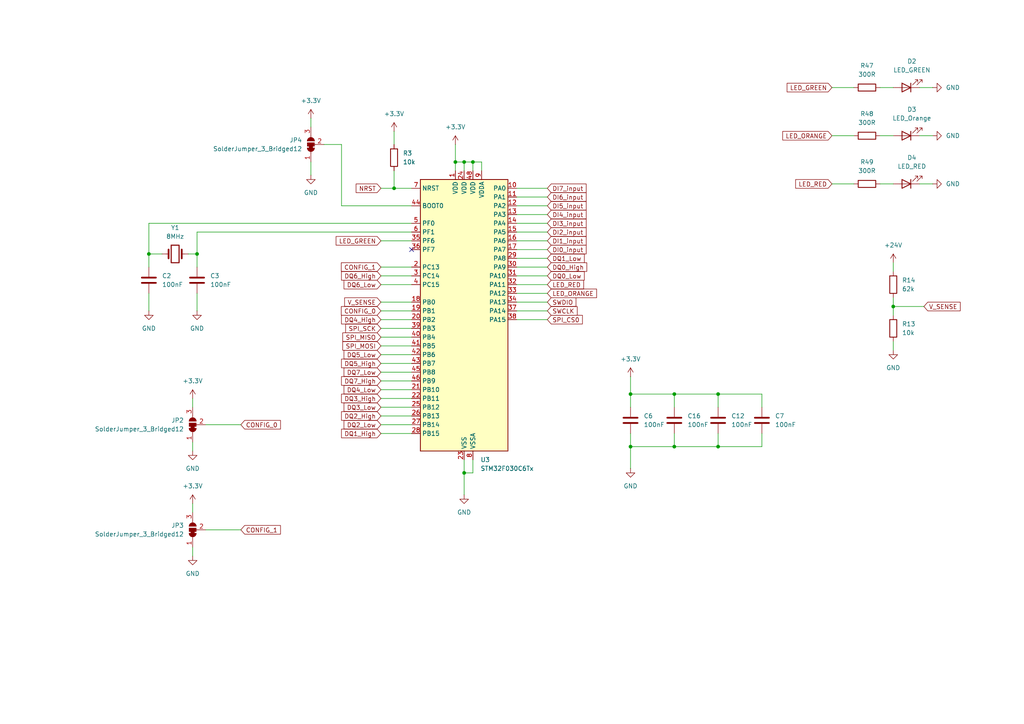
<source format=kicad_sch>
(kicad_sch (version 20231120) (generator "eeschema") (generator_version "8.0")
  (paper "A4")
  (title_block (title "PLC IO Module") (rev "1.0.0") (company "Dawid Kania"))
  (lib_symbols
    (symbol "Device:C" (pin_numbers hide) (pin_names (offset 0.254))
      (property "Reference" "C" (at 0.635 2.54 0))
      (property "Value" "C" (at 0.635 -2.54 0))
      (symbol "C_0_1"
        (polyline (pts (xy -2.032 -0.762) (xy 2.032 -0.762)) (stroke (width 0.508)))
        (polyline (pts (xy -2.032 0.762) (xy 2.032 0.762)) (stroke (width 0.508)))
      )
      (symbol "C_1_1"
        (pin passive line (at 0 3.81 270) (length 2.794) (name "~") (number "1"))
        (pin passive line (at 0 -3.81 90) (length 2.794) (name "~") (number "2"))
      )
    )
    (symbol "Device:Crystal" (pin_numbers hide) (pin_names (offset 1.016) hide)
      (property "Reference" "Y" (at 0 3.81 0))
      (property "Value" "Crystal" (at 0 -3.81 0))
      (symbol "Crystal_0_1"
        (rectangle (start -1.143 2.54) (end 1.143 -2.54) (stroke (width 0.3048)))
        (polyline (pts (xy -2.54 0) (xy -1.905 0)))
        (polyline (pts (xy -1.905 -1.27) (xy -1.905 1.27)) (stroke (width 0.508)))
        (polyline (pts (xy 1.905 -1.27) (xy 1.905 1.27)) (stroke (width 0.508)))
        (polyline (pts (xy 2.54 0) (xy 1.905 0)))
      )
      (symbol "Crystal_1_1"
        (pin passive line (at -3.81 0 0) (length 1.27) (name "1") (number "1"))
        (pin passive line (at 3.81 0 180) (length 1.27) (name "2") (number "2"))
      )
    )
    (symbol "Device:LED" (pin_numbers hide) (pin_names (offset 1.016) hide)
      (property "Reference" "D" (at 0 2.54 0))
      (property "Value" "LED" (at 0 -2.54 0))
      (symbol "LED_0_1"
        (polyline (pts (xy -1.27 -1.27) (xy -1.27 1.27)) (stroke (width 0.254)))
        (polyline (pts (xy -1.27 0) (xy 1.27 0)))
        (polyline (pts (xy 1.27 -1.27) (xy 1.27 1.27) (xy -1.27 0) (xy 1.27 -1.27)) (stroke (width 0.254)))
        (polyline (pts (xy -3.048 -0.762) (xy -4.572 -2.286) (xy -3.81 -2.286) (xy -4.572 -2.286) (xy -4.572 -1.524)))
        (polyline (pts (xy -1.778 -0.762) (xy -3.302 -2.286) (xy -2.54 -2.286) (xy -3.302 -2.286) (xy -3.302 -1.524)))
      )
      (symbol "LED_1_1"
        (pin passive line (at -3.81 0 0) (length 2.54) (name "K") (number "1"))
        (pin passive line (at 3.81 0 180) (length 2.54) (name "A") (number "2"))
      )
    )
    (symbol "Device:R" (pin_numbers hide) (pin_names (offset 0))
      (property "Reference" "R" (at 2.032 0 90))
      (property "Value" "R" (at 0 0 90))
      (symbol "R_0_1"
        (rectangle (start -1.016 -2.54) (end 1.016 2.54) (stroke (width 0.254)))
      )
      (symbol "R_1_1"
        (pin passive line (at 0 3.81 270) (length 1.27) (name "~") (number "1"))
        (pin passive line (at 0 -3.81 90) (length 1.27) (name "~") (number "2"))
      )
    )
    (symbol "Jumper:SolderJumper_3_Bridged12" (pin_names (offset 0) hide)
      (property "Reference" "JP" (at -2.54 -2.54 0))
      (property "Value" "SolderJumper_3_Bridged12" (at 0 2.794 0))
      (symbol "SolderJumper_3_Bridged12_0_1"
        (rectangle (start -1.016 0.508) (end -0.508 -0.508) (fill (type outline)))
        (arc (start -1.016 1.016) (mid -2.0276 0) (end -1.016 -1.016))
        (arc (start -1.016 1.016) (mid -2.0276 0) (end -1.016 -1.016) (fill (type outline)))
        (rectangle (start -0.508 1.016) (end 0.508 -1.016) (fill (type outline)))
        (polyline (pts (xy -2.54 0) (xy -2.032 0)))
        (polyline (pts (xy -1.016 1.016) (xy -1.016 -1.016)))
        (polyline (pts (xy 0 -1.27) (xy 0 -1.016)))
        (polyline (pts (xy 1.016 1.016) (xy 1.016 -1.016)))
        (polyline (pts (xy 2.54 0) (xy 2.032 0)))
        (arc (start 1.016 -1.016) (mid 2.0276 0) (end 1.016 1.016))
        (arc (start 1.016 -1.016) (mid 2.0276 0) (end 1.016 1.016) (fill (type outline)))
      )
      (symbol "SolderJumper_3_Bridged12_1_1"
        (pin passive line (at -5.08 0 0) (length 2.54) (name "A") (number "1"))
        (pin passive line (at 0 -3.81 90) (length 2.54) (name "C") (number "2"))
        (pin passive line (at 5.08 0 180) (length 2.54) (name "B") (number "3"))
      )
    )
    (symbol "MCU_ST_STM32F0:STM32F030C6Tx"
      (property "Reference" "U" (at -12.7 41.91 0))
      (property "Value" "STM32F030C6Tx" (at 7.62 41.91 0))
      (symbol "STM32F030C6Tx_0_1"
        (rectangle (start -12.7 -38.1) (end 12.7 40.64) (stroke (width 0.254)) (fill (type background)))
      )
      (symbol "STM32F030C6Tx_1_1"
        (pin power_in line (at -2.54 43.18 270) (length 2.54) (name "VDD") (number "1"))
        (pin bidirectional line (at 15.24 38.1 180) (length 2.54) (name "PA0") (number "10"))
        (pin bidirectional line (at 15.24 35.56 180) (length 2.54) (name "PA1") (number "11"))
        (pin bidirectional line (at 15.24 33.02 180) (length 2.54) (name "PA2") (number "12"))
        (pin bidirectional line (at 15.24 30.48 180) (length 2.54) (name "PA3") (number "13"))
        (pin bidirectional line (at 15.24 27.94 180) (length 2.54) (name "PA4") (number "14"))
        (pin bidirectional line (at 15.24 25.4 180) (length 2.54) (name "PA5") (number "15"))
        (pin bidirectional line (at 15.24 22.86 180) (length 2.54) (name "PA6") (number "16"))
        (pin bidirectional line (at 15.24 20.32 180) (length 2.54) (name "PA7") (number "17"))
        (pin bidirectional line (at -15.24 5.08 0) (length 2.54) (name "PB0") (number "18"))
        (pin bidirectional line (at -15.24 2.54 0) (length 2.54) (name "PB1") (number "19"))
        (pin bidirectional line (at -15.24 15.24 0) (length 2.54) (name "PC13") (number "2"))
        (pin bidirectional line (at -15.24 0 0) (length 2.54) (name "PB2") (number "20"))
        (pin bidirectional line (at -15.24 -20.32 0) (length 2.54) (name "PB10") (number "21"))
        (pin bidirectional line (at -15.24 -22.86 0) (length 2.54) (name "PB11") (number "22"))
        (pin power_in line (at 0 -40.64 90) (length 2.54) (name "VSS") (number "23"))
        (pin power_in line (at 0 43.18 270) (length 2.54) (name "VDD") (number "24"))
        (pin bidirectional line (at -15.24 -25.4 0) (length 2.54) (name "PB12") (number "25"))
        (pin bidirectional line (at -15.24 -27.94 0) (length 2.54) (name "PB13") (number "26"))
        (pin bidirectional line (at -15.24 -30.48 0) (length 2.54) (name "PB14") (number "27"))
        (pin bidirectional line (at -15.24 -33.02 0) (length 2.54) (name "PB15") (number "28"))
        (pin bidirectional line (at 15.24 17.78 180) (length 2.54) (name "PA8") (number "29"))
        (pin bidirectional line (at -15.24 12.7 0) (length 2.54) (name "PC14") (number "3"))
        (pin bidirectional line (at 15.24 15.24 180) (length 2.54) (name "PA9") (number "30"))
        (pin bidirectional line (at 15.24 12.7 180) (length 2.54) (name "PA10") (number "31"))
        (pin bidirectional line (at 15.24 10.16 180) (length 2.54) (name "PA11") (number "32"))
        (pin bidirectional line (at 15.24 7.62 180) (length 2.54) (name "PA12") (number "33"))
        (pin bidirectional line (at 15.24 5.08 180) (length 2.54) (name "PA13") (number "34"))
        (pin bidirectional line (at -15.24 22.86 0) (length 2.54) (name "PF6") (number "35"))
        (pin bidirectional line (at -15.24 20.32 0) (length 2.54) (name "PF7") (number "36"))
        (pin bidirectional line (at 15.24 2.54 180) (length 2.54) (name "PA14") (number "37"))
        (pin bidirectional line (at 15.24 0 180) (length 2.54) (name "PA15") (number "38"))
        (pin bidirectional line (at -15.24 -2.54 0) (length 2.54) (name "PB3") (number "39"))
        (pin bidirectional line (at -15.24 10.16 0) (length 2.54) (name "PC15") (number "4"))
        (pin bidirectional line (at -15.24 -5.08 0) (length 2.54) (name "PB4") (number "40"))
        (pin bidirectional line (at -15.24 -7.62 0) (length 2.54) (name "PB5") (number "41"))
        (pin bidirectional line (at -15.24 -10.16 0) (length 2.54) (name "PB6") (number "42"))
        (pin bidirectional line (at -15.24 -12.7 0) (length 2.54) (name "PB7") (number "43"))
        (pin input line (at -15.24 33.02 0) (length 2.54) (name "BOOT0") (number "44"))
        (pin bidirectional line (at -15.24 -15.24 0) (length 2.54) (name "PB8") (number "45"))
        (pin bidirectional line (at -15.24 -17.78 0) (length 2.54) (name "PB9") (number "46"))
        (pin passive line (at 0 -40.64 90) (length 2.54) hide (name "VSS") (number "47"))
        (pin power_in line (at 2.54 43.18 270) (length 2.54) (name "VDD") (number "48"))
        (pin bidirectional line (at -15.24 27.94 0) (length 2.54) (name "PF0") (number "5"))
        (pin bidirectional line (at -15.24 25.4 0) (length 2.54) (name "PF1") (number "6"))
        (pin input line (at -15.24 38.1 0) (length 2.54) (name "NRST") (number "7"))
        (pin power_in line (at 2.54 -40.64 90) (length 2.54) (name "VSSA") (number "8"))
        (pin power_in line (at 5.08 43.18 270) (length 2.54) (name "VDDA") (number "9"))
      )
    )
    (symbol "Mechanical:MountingHole" (pin_names (offset 1.016))
      (property "Reference" "H" (at 0 5.08 0))
      (property "Value" "MountingHole" (at 0 3.175 0))
      (symbol "MountingHole_0_1"
        (circle (center 0 0) (radius 1.27) (stroke (width 1.27)))
      )
    )
    (symbol "power:+24V" (power) (pin_numbers hide) (pin_names (offset 0) hide)
      (property "Value" "+24V" (at 0 3.556 0))
      (symbol "+24V_0_1"
        (polyline (pts (xy -0.762 1.27) (xy 0 2.54)))
        (polyline (pts (xy 0 0) (xy 0 2.54)))
        (polyline (pts (xy 0 2.54) (xy 0.762 1.27)))
      )
      (symbol "+24V_1_1"
        (pin power_in line (at 0 0 90) (length 0) (name "~") (number "1"))
      )
    )
    (symbol "power:+3.3V" (power) (pin_numbers hide) (pin_names (offset 0) hide)
      (property "Value" "+3.3V" (at 0 3.556 0))
      (symbol "+3.3V_0_1"
        (polyline (pts (xy -0.762 1.27) (xy 0 2.54)))
        (polyline (pts (xy 0 0) (xy 0 2.54)))
        (polyline (pts (xy 0 2.54) (xy 0.762 1.27)))
      )
      (symbol "+3.3V_1_1"
        (pin power_in line (at 0 0 90) (length 0) (name "~") (number "1"))
      )
    )
    (symbol "power:GND" (power) (pin_numbers hide) (pin_names (offset 0) hide)
      (property "Value" "GND" (at 0 -3.81 0))
      (symbol "GND_0_1"
        (polyline (pts (xy 0 0) (xy 0 -1.27) (xy 1.27 -1.27) (xy 0 -2.54) (xy -1.27 -1.27) (xy 0 -1.27)))
      )
      (symbol "GND_1_1"
        (pin power_in line (at 0 0 270) (length 0) (name "~") (number "1"))
      )
    )
  )
  (junction (at 114.3 54.61))
  (junction (at 259.08 88.9))
  (junction (at 132.08 46.99))
  (junction (at 208.28 129.54))
  (junction (at 134.62 137.16))
  (junction (at 134.62 46.99))
  (junction (at 195.58 114.3))
  (junction (at 182.88 129.54))
  (junction (at 195.58 129.54))
  (junction (at 137.16 46.99))
  (junction (at 57.15 73.66))
  (junction (at 43.18 73.66))
  (junction (at 182.88 114.3))
  (junction (at 208.28 114.3))
  (no_connect (at 119.38 72.39))
  (wire (pts (xy 110.49 54.61) (xy 114.3 54.61)))
  (wire (pts (xy 110.49 82.55) (xy 119.38 82.55)))
  (wire (pts (xy 220.98 114.3) (xy 208.28 114.3)))
  (wire (pts (xy 54.61 73.66) (xy 57.15 73.66)))
  (wire (pts (xy 182.88 114.3) (xy 182.88 118.11)))
  (wire (pts (xy 195.58 125.73) (xy 195.58 129.54)))
  (wire (pts (xy 55.88 146.05) (xy 55.88 148.59)))
  (wire (pts (xy 259.08 76.2) (xy 259.08 78.74)))
  (wire (pts (xy 110.49 90.17) (xy 119.38 90.17)))
  (wire (pts (xy 119.38 64.77) (xy 43.18 64.77)))
  (wire (pts (xy 110.49 125.73) (xy 119.38 125.73)))
  (wire (pts (xy 110.49 97.79) (xy 119.38 97.79)))
  (wire (pts (xy 158.75 67.31) (xy 149.86 67.31)))
  (wire (pts (xy 69.85 123.19) (xy 59.69 123.19)))
  (wire (pts (xy 114.3 54.61) (xy 119.38 54.61)))
  (wire (pts (xy 110.49 115.57) (xy 119.38 115.57)))
  (wire (pts (xy 110.49 80.01) (xy 119.38 80.01)))
  (wire (pts (xy 158.75 85.09) (xy 149.86 85.09)))
  (wire (pts (xy 110.49 92.71) (xy 119.38 92.71)))
  (wire (pts (xy 110.49 100.33) (xy 119.38 100.33)))
  (wire (pts (xy 158.75 59.69) (xy 149.86 59.69)))
  (wire (pts (xy 55.88 128.27) (xy 55.88 130.81)))
  (wire (pts (xy 132.08 41.91) (xy 132.08 46.99)))
  (wire (pts (xy 259.08 86.36) (xy 259.08 88.9)))
  (wire (pts (xy 110.49 105.41) (xy 119.38 105.41)))
  (wire (pts (xy 158.75 72.39) (xy 149.86 72.39)))
  (wire (pts (xy 110.49 113.03) (xy 119.38 113.03)))
  (wire (pts (xy 255.27 25.4) (xy 259.08 25.4)))
  (wire (pts (xy 158.75 69.85) (xy 149.86 69.85)))
  (wire (pts (xy 57.15 73.66) (xy 57.15 77.47)))
  (wire (pts (xy 139.7 46.99) (xy 139.7 49.53)))
  (wire (pts (xy 137.16 46.99) (xy 137.16 49.53)))
  (wire (pts (xy 220.98 118.11) (xy 220.98 114.3)))
  (wire (pts (xy 195.58 129.54) (xy 208.28 129.54)))
  (wire (pts (xy 266.7 25.4) (xy 270.51 25.4)))
  (wire (pts (xy 110.49 69.85) (xy 119.38 69.85)))
  (wire (pts (xy 99.06 59.69) (xy 119.38 59.69)))
  (wire (pts (xy 110.49 123.19) (xy 119.38 123.19)))
  (wire (pts (xy 255.27 39.37) (xy 259.08 39.37)))
  (wire (pts (xy 266.7 53.34) (xy 270.51 53.34)))
  (wire (pts (xy 195.58 114.3) (xy 208.28 114.3)))
  (wire (pts (xy 43.18 64.77) (xy 43.18 73.66)))
  (wire (pts (xy 110.49 110.49) (xy 119.38 110.49)))
  (wire (pts (xy 110.49 87.63) (xy 119.38 87.63)))
  (wire (pts (xy 158.75 64.77) (xy 149.86 64.77)))
  (wire (pts (xy 43.18 73.66) (xy 46.99 73.66)))
  (wire (pts (xy 99.06 41.91) (xy 99.06 59.69)))
  (wire (pts (xy 137.16 46.99) (xy 139.7 46.99)))
  (wire (pts (xy 182.88 114.3) (xy 182.88 109.22)))
  (wire (pts (xy 134.62 137.16) (xy 134.62 143.51)))
  (wire (pts (xy 134.62 133.35) (xy 134.62 137.16)))
  (wire (pts (xy 195.58 114.3) (xy 195.58 118.11)))
  (wire (pts (xy 182.88 114.3) (xy 195.58 114.3)))
  (wire (pts (xy 110.49 102.87) (xy 119.38 102.87)))
  (wire (pts (xy 158.75 87.63) (xy 149.86 87.63)))
  (wire (pts (xy 182.88 129.54) (xy 195.58 129.54)))
  (wire (pts (xy 158.75 80.01) (xy 149.86 80.01)))
  (wire (pts (xy 255.27 53.34) (xy 259.08 53.34)))
  (wire (pts (xy 208.28 125.73) (xy 208.28 129.54)))
  (wire (pts (xy 134.62 46.99) (xy 134.62 49.53)))
  (wire (pts (xy 114.3 49.53) (xy 114.3 54.61)))
  (wire (pts (xy 69.85 153.67) (xy 59.69 153.67)))
  (wire (pts (xy 208.28 129.54) (xy 220.98 129.54)))
  (wire (pts (xy 158.75 74.93) (xy 149.86 74.93)))
  (wire (pts (xy 57.15 67.31) (xy 57.15 73.66)))
  (wire (pts (xy 134.62 46.99) (xy 137.16 46.99)))
  (wire (pts (xy 267.97 88.9) (xy 259.08 88.9)))
  (wire (pts (xy 55.88 158.75) (xy 55.88 161.29)))
  (wire (pts (xy 137.16 137.16) (xy 134.62 137.16)))
  (wire (pts (xy 110.49 77.47) (xy 119.38 77.47)))
  (wire (pts (xy 132.08 46.99) (xy 132.08 49.53)))
  (wire (pts (xy 158.75 77.47) (xy 149.86 77.47)))
  (wire (pts (xy 90.17 34.29) (xy 90.17 36.83)))
  (wire (pts (xy 110.49 95.25) (xy 119.38 95.25)))
  (wire (pts (xy 241.3 39.37) (xy 247.65 39.37)))
  (wire (pts (xy 259.08 99.06) (xy 259.08 101.6)))
  (wire (pts (xy 182.88 129.54) (xy 182.88 135.89)))
  (wire (pts (xy 208.28 114.3) (xy 208.28 118.11)))
  (wire (pts (xy 43.18 77.47) (xy 43.18 73.66)))
  (wire (pts (xy 241.3 53.34) (xy 247.65 53.34)))
  (wire (pts (xy 220.98 129.54) (xy 220.98 125.73)))
  (wire (pts (xy 43.18 85.09) (xy 43.18 90.17)))
  (wire (pts (xy 149.86 92.71) (xy 158.75 92.71)))
  (wire (pts (xy 110.49 107.95) (xy 119.38 107.95)))
  (wire (pts (xy 110.49 120.65) (xy 119.38 120.65)))
  (wire (pts (xy 158.75 62.23) (xy 149.86 62.23)))
  (wire (pts (xy 137.16 133.35) (xy 137.16 137.16)))
  (wire (pts (xy 241.3 25.4) (xy 247.65 25.4)))
  (wire (pts (xy 57.15 85.09) (xy 57.15 90.17)))
  (wire (pts (xy 259.08 88.9) (xy 259.08 91.44)))
  (wire (pts (xy 55.88 115.57) (xy 55.88 118.11)))
  (wire (pts (xy 114.3 38.1) (xy 114.3 41.91)))
  (wire (pts (xy 158.75 90.17) (xy 149.86 90.17)))
  (wire (pts (xy 90.17 46.99) (xy 90.17 50.8)))
  (wire (pts (xy 93.98 41.91) (xy 99.06 41.91)))
  (wire (pts (xy 134.62 46.99) (xy 132.08 46.99)))
  (wire (pts (xy 110.49 118.11) (xy 119.38 118.11)))
  (wire (pts (xy 182.88 125.73) (xy 182.88 129.54)))
  (wire (pts (xy 149.86 57.15) (xy 158.75 57.15)))
  (wire (pts (xy 158.75 54.61) (xy 149.86 54.61)))
  (wire (pts (xy 158.75 82.55) (xy 149.86 82.55)))
  (wire (pts (xy 266.7 39.37) (xy 270.51 39.37)))
  (wire (pts (xy 119.38 67.31) (xy 57.15 67.31)))
  (global_label "DQ7_Low" (shape input) (at 110.49 107.95 180) (property "Intersheetrefs" "${INTERSHEET_REFS}" (effects (hide yes))))
  (global_label "V_SENSE" (shape input) (at 110.49 87.63 180) (property "Intersheetrefs" "${INTERSHEET_REFS}" (effects (hide yes))))
  (global_label "DI2_input" (shape input) (at 158.75 67.31 0) (property "Intersheetrefs" "${INTERSHEET_REFS}" (effects (hide yes))))
  (global_label "DQ0_High" (shape input) (at 158.75 77.47 0) (property "Intersheetrefs" "${INTERSHEET_REFS}" (effects (hide yes))))
  (global_label "DQ5_High" (shape input) (at 110.49 105.41 180) (property "Intersheetrefs" "${INTERSHEET_REFS}" (effects (hide yes))))
  (global_label "DQ1_Low" (shape input) (at 158.75 74.93 0) (property "Intersheetrefs" "${INTERSHEET_REFS}" (effects (hide yes))))
  (global_label "CONFIG_0" (shape input) (at 110.49 90.17 180) (property "Intersheetrefs" "${INTERSHEET_REFS}" (effects (hide yes))))
  (global_label "LED_ORANGE" (shape input) (at 158.75 85.09 0) (property "Intersheetrefs" "${INTERSHEET_REFS}" (effects (hide yes))))
  (global_label "NRST" (shape input) (at 110.49 54.61 180) (property "Intersheetrefs" "${INTERSHEET_REFS}" (effects (hide yes))))
  (global_label "DQ3_Low" (shape input) (at 110.49 118.11 180) (property "Intersheetrefs" "${INTERSHEET_REFS}" (effects (hide yes))))
  (global_label "SPI_MOSI" (shape input) (at 110.49 100.33 180) (property "Intersheetrefs" "${INTERSHEET_REFS}" (effects (hide yes))))
  (global_label "DQ4_Low" (shape input) (at 110.49 113.03 180) (property "Intersheetrefs" "${INTERSHEET_REFS}" (effects (hide yes))))
  (global_label "DI4_input" (shape input) (at 158.75 62.23 0) (property "Intersheetrefs" "${INTERSHEET_REFS}" (effects (hide yes))))
  (global_label "DQ2_Low" (shape input) (at 110.49 123.19 180) (property "Intersheetrefs" "${INTERSHEET_REFS}" (effects (hide yes))))
  (global_label "DQ5_Low" (shape input) (at 110.49 102.87 180) (property "Intersheetrefs" "${INTERSHEET_REFS}" (effects (hide yes))))
  (global_label "SWDIO" (shape input) (at 158.75 87.63 0) (property "Intersheetrefs" "${INTERSHEET_REFS}" (effects (hide yes))))
  (global_label "LED_GREEN" (shape input) (at 241.3 25.4 180) (property "Intersheetrefs" "${INTERSHEET_REFS}" (effects (hide yes))))
  (global_label "DI5_input" (shape input) (at 158.75 59.69 0) (property "Intersheetrefs" "${INTERSHEET_REFS}" (effects (hide yes))))
  (global_label "DQ1_High" (shape input) (at 110.49 125.73 180) (property "Intersheetrefs" "${INTERSHEET_REFS}" (effects (hide yes))))
  (global_label "SPI_SCK" (shape input) (at 110.49 95.25 180) (property "Intersheetrefs" "${INTERSHEET_REFS}" (effects (hide yes))))
  (global_label "DQ6_Low" (shape input) (at 110.49 82.55 180) (property "Intersheetrefs" "${INTERSHEET_REFS}" (effects (hide yes))))
  (global_label "LED_ORANGE" (shape input) (at 241.3 39.37 180) (property "Intersheetrefs" "${INTERSHEET_REFS}" (effects (hide yes))))
  (global_label "DQ0_Low" (shape input) (at 158.75 80.01 0) (property "Intersheetrefs" "${INTERSHEET_REFS}" (effects (hide yes))))
  (global_label "LED_RED" (shape input) (at 241.3 53.34 180) (property "Intersheetrefs" "${INTERSHEET_REFS}" (effects (hide yes))))
  (global_label "CONFIG_1" (shape input) (at 110.49 77.47 180) (property "Intersheetrefs" "${INTERSHEET_REFS}" (effects (hide yes))))
  (global_label "V_SENSE" (shape input) (at 267.97 88.9 0) (property "Intersheetrefs" "${INTERSHEET_REFS}" (effects (hide yes))))
  (global_label "SWCLK" (shape input) (at 158.75 90.17 0) (property "Intersheetrefs" "${INTERSHEET_REFS}" (effects (hide yes))))
  (global_label "SPI_CS0" (shape input) (at 158.75 92.71 0) (property "Intersheetrefs" "${INTERSHEET_REFS}" (effects (hide yes))))
  (global_label "CONFIG_1" (shape input) (at 69.85 153.67 0) (property "Intersheetrefs" "${INTERSHEET_REFS}" (effects (hide yes))))
  (global_label "DI0_input" (shape input) (at 158.75 72.39 0) (property "Intersheetrefs" "${INTERSHEET_REFS}" (effects (hide yes))))
  (global_label "DI3_input" (shape input) (at 158.75 64.77 0) (property "Intersheetrefs" "${INTERSHEET_REFS}" (effects (hide yes))))
  (global_label "LED_RED" (shape input) (at 158.75 82.55 0) (property "Intersheetrefs" "${INTERSHEET_REFS}" (effects (hide yes))))
  (global_label "DI1_input" (shape input) (at 158.75 69.85 0) (property "Intersheetrefs" "${INTERSHEET_REFS}" (effects (hide yes))))
  (global_label "LED_GREEN" (shape input) (at 110.49 69.85 180) (property "Intersheetrefs" "${INTERSHEET_REFS}" (effects (hide yes))))
  (global_label "DQ2_High" (shape input) (at 110.49 120.65 180) (property "Intersheetrefs" "${INTERSHEET_REFS}" (effects (hide yes))))
  (global_label "DI7_input" (shape input) (at 158.75 54.61 0) (property "Intersheetrefs" "${INTERSHEET_REFS}" (effects (hide yes))))
  (global_label "DQ3_High" (shape input) (at 110.49 115.57 180) (property "Intersheetrefs" "${INTERSHEET_REFS}" (effects (hide yes))))
  (global_label "DQ7_High" (shape input) (at 110.49 110.49 180) (property "Intersheetrefs" "${INTERSHEET_REFS}" (effects (hide yes))))
  (global_label "SPI_MISO" (shape input) (at 110.49 97.79 180) (property "Intersheetrefs" "${INTERSHEET_REFS}" (effects (hide yes))))
  (global_label "CONFIG_0" (shape input) (at 69.85 123.19 0) (property "Intersheetrefs" "${INTERSHEET_REFS}" (effects (hide yes))))
  (global_label "DQ4_High" (shape input) (at 110.49 92.71 180) (property "Intersheetrefs" "${INTERSHEET_REFS}" (effects (hide yes))))
  (global_label "DI6_input" (shape input) (at 158.75 57.15 0) (property "Intersheetrefs" "${INTERSHEET_REFS}" (effects (hide yes))))
  (global_label "DQ6_High" (shape input) (at 110.49 80.01 180) (property "Intersheetrefs" "${INTERSHEET_REFS}" (effects (hide yes))))
  (symbol (lib_id "Mechanical:MountingHole") (at 306.07 8.89 0) (unit 1)
    (property "Reference" "H4" (at 308.61 7.6199 0) (effects (justify left)))
    (property "Value" "MountingHole" (at 308.61 10.1599 0) (effects (justify left)))
    (property "Footprint" "MountingHole:MountingHole_4.3mm_M4" (effects (hide yes)))
    (property "Description" "Mounting Hole without connection" (effects (hide yes)))
    (property "Symbol Mouser" "====" (effects (hide yes)))
    (property "Symbol TME" "==" (effects (hide yes)))
  )
  (symbol (lib_id "Device:LED") (at 262.89 39.37 180) (unit 1)
    (property "Reference" "D3" (at 264.4775 31.75 0))
    (property "Value" "LED_Orange" (at 264.4775 34.29 0))
    (property "Footprint" "LED_THT:LED_Rectangular_W5.0mm_H2.0mm" (effects (hide yes)))
    (property "Description" "Light emitting diode" (effects (hide yes)))
    (property "Symbol Mouser" "604-WP113YDT" (effects (hide yes)))
    (property "Symbol TME" "L-1553YDT" (effects (hide yes)))
  )
  (symbol (lib_id "power:+24V") (at 259.08 76.2 0) (unit 1)
    (property "Reference" "#PWR0108" (effects (hide yes)))
    (property "Value" "+24V" (at 259.08 71.12 0))
    (property "Description" "Power symbol creates a global label with name \"+24V\"" (effects (hide yes)))
  )
  (symbol (lib_id "Device:LED") (at 262.89 53.34 180) (unit 1)
    (property "Reference" "D4" (at 264.4775 45.72 0))
    (property "Value" "LED_RED" (at 264.4775 48.26 0))
    (property "Footprint" "LED_THT:LED_Rectangular_W5.0mm_H2.0mm" (effects (hide yes)))
    (property "Description" "Light emitting diode" (effects (hide yes)))
    (property "Symbol Mouser" "696-SSL-LX2573SRD" (effects (hide yes)))
    (property "Symbol TME" "L-113SURDTK" (effects (hide yes)))
  )
  (symbol (lib_id "Device:R") (at 251.46 53.34 90) (unit 1)
    (property "Reference" "R49" (at 251.46 46.99 90))
    (property "Value" "300R" (at 251.46 49.53 90))
    (property "Footprint" "Resistor_SMD:R_0805_2012Metric_Pad1.20x1.40mm_HandSolder" (effects (hide yes)))
    (property "Description" "Resistor" (effects (hide yes)))
    (property "Symbol Mouser" "708-RMCF0805JT300R" (effects (hide yes)))
    (property "Symbol TME" "ERJ6ENF3000V" (effects (hide yes)))
  )
  (symbol (lib_id "MCU_ST_STM32F0:STM32F030C6Tx") (at 134.62 92.71 0) (unit 1)
    (property "Reference" "U3" (at 139.3541 133.35 0) (effects (justify left)))
    (property "Value" "STM32F030C6Tx" (at 139.3541 135.89 0) (effects (justify left)))
    (property "Footprint" "Package_QFP:LQFP-48_7x7mm_P0.5mm" (effects (hide yes)))
    (property "Datasheet" "https://www.st.com/resource/en/datasheet/stm32f030c6.pdf" (effects (hide yes)))
    (property "Description" "STMicroelectronics Arm Cortex-M0 MCU, 32KB flash, 4KB RAM, 48 MHz, 2.4-3.6V, 39 GPIO, LQFP48" (effects (hide yes)))
    (property "Symbol Mouser" "511-STM32F030C6T6" (effects (hide yes)))
    (property "Symbol TME" "STM32F030C6T6" (effects (hide yes)))
  )
  (symbol (lib_id "Device:R") (at 259.08 95.25 0) (unit 1)
    (property "Reference" "R13" (at 261.62 93.9799 0) (effects (justify left)))
    (property "Value" "10k" (at 261.62 96.5199 0) (effects (justify left)))
    (property "Footprint" "Resistor_SMD:R_0805_2012Metric_Pad1.20x1.40mm_HandSolder" (effects (hide yes)))
    (property "Description" "Resistor" (effects (hide yes)))
    (property "Symbol Mouser" "603-RC0805FR-1010KL" (effects (hide yes)))
    (property "Symbol TME" "RC0805JR-0710K" (effects (hide yes)))
  )
  (symbol (lib_id "power:GND") (at 182.88 135.89 0) (unit 1)
    (property "Reference" "#PWR0118" (effects (hide yes)))
    (property "Value" "GND" (at 182.88 140.97 0))
    (property "Description" "Power symbol creates a global label with name \"GND\" , ground" (effects (hide yes)))
  )
  (symbol (lib_id "Device:C") (at 220.98 121.92 0) (unit 1)
    (property "Reference" "C7" (at 224.79 120.6499 0) (effects (justify left)))
    (property "Value" "100nF" (at 224.79 123.1899 0) (effects (justify left)))
    (property "Footprint" "Capacitor_SMD:C_1206_3216Metric_Pad1.33x1.80mm_HandSolder" (effects (hide yes)))
    (property "Description" "Unpolarized capacitor" (effects (hide yes)))
    (property "Symbol Mouser" "80-C1206C104K5R7210" (effects (hide yes)))
    (property "Symbol TME" "VJ1206Y104KXBTW1BC" (effects (hide yes)))
  )
  (symbol (lib_id "power:GND") (at 55.88 161.29 0) (unit 1)
    (property "Reference" "#PWR0116" (effects (hide yes)))
    (property "Value" "GND" (at 55.88 166.37 0))
    (property "Description" "Power symbol creates a global label with name \"GND\" , ground" (effects (hide yes)))
  )
  (symbol (lib_id "Jumper:SolderJumper_3_Bridged12") (at 55.88 123.19 90) (unit 1)
    (property "Reference" "JP2" (at 53.34 121.9199 90) (effects (justify left)))
    (property "Value" "SolderJumper_3_Bridged12" (at 53.34 124.4599 90) (effects (justify left)))
    (property "Footprint" "Jumper:SolderJumper-3_P1.3mm_Bridged12_Pad1.0x1.5mm" (effects (hide yes)))
    (property "Description" "3-pole Solder Jumper, pins 1+2 closed/bridged" (effects (hide yes)))
    (property "Symbol Mouser" "====" (effects (hide yes)))
    (property "Symbol TME" "==" (effects (hide yes)))
  )
  (symbol (lib_id "power:GND") (at 90.17 50.8 0) (unit 1)
    (property "Reference" "#PWR0104" (effects (hide yes)))
    (property "Value" "GND" (at 90.17 55.88 0))
    (property "Description" "Power symbol creates a global label with name \"GND\" , ground" (effects (hide yes)))
  )
  (symbol (lib_id "Device:C") (at 195.58 121.92 0) (unit 1)
    (property "Reference" "C16" (at 199.39 120.6499 0) (effects (justify left)))
    (property "Value" "100nF" (at 199.39 123.1899 0) (effects (justify left)))
    (property "Footprint" "Capacitor_SMD:C_1206_3216Metric_Pad1.33x1.80mm_HandSolder" (effects (hide yes)))
    (property "Description" "Unpolarized capacitor" (effects (hide yes)))
    (property "Symbol Mouser" "80-C1206C104K5R7210" (effects (hide yes)))
    (property "Symbol TME" "VJ1206Y104KXBTW1BC" (effects (hide yes)))
  )
  (symbol (lib_id "power:+3.3V") (at 90.17 34.29 0) (unit 1)
    (property "Reference" "#PWR0103" (effects (hide yes)))
    (property "Value" "+3.3V" (at 90.17 29.21 0))
    (property "Description" "Power symbol creates a global label with name \"+3.3V\"" (effects (hide yes)))
  )
  (symbol (lib_id "Device:R") (at 259.08 82.55 0) (unit 1)
    (property "Reference" "R14" (at 261.62 81.2799 0) (effects (justify left)))
    (property "Value" "62k" (at 261.62 83.8199 0) (effects (justify left)))
    (property "Footprint" "Resistor_SMD:R_0805_2012Metric_Pad1.20x1.40mm_HandSolder" (effects (hide yes)))
    (property "Description" "Resistor" (effects (hide yes)))
    (property "Symbol Mouser" "71-CRCW080562K0JNEA" (effects (hide yes)))
    (property "Symbol TME" "SMD0805-62K-1%" (effects (hide yes)))
  )
  (symbol (lib_id "power:GND") (at 134.62 143.51 0) (unit 1)
    (property "Reference" "#PWR0107" (effects (hide yes)))
    (property "Value" "GND" (at 134.62 148.59 0))
    (property "Description" "Power symbol creates a global label with name \"GND\" , ground" (effects (hide yes)))
  )
  (symbol (lib_id "power:+3.3V") (at 132.08 41.91 0) (unit 1)
    (property "Reference" "#PWR0106" (effects (hide yes)))
    (property "Value" "+3.3V" (at 132.08 36.83 0))
    (property "Description" "Power symbol creates a global label with name \"+3.3V\"" (effects (hide yes)))
  )
  (symbol (lib_id "Device:C") (at 43.18 81.28 0) (unit 1)
    (property "Reference" "C2" (at 46.99 80.0099 0) (effects (justify left)))
    (property "Value" "100nF" (at 46.99 82.5499 0) (effects (justify left)))
    (property "Footprint" "Capacitor_SMD:C_1206_3216Metric_Pad1.33x1.80mm_HandSolder" (effects (hide yes)))
    (property "Description" "Unpolarized capacitor" (effects (hide yes)))
    (property "Symbol Mouser" "80-C1206C104K5R7210" (effects (hide yes)))
    (property "Symbol TME" "VJ1206Y104KXBTW1BC" (effects (hide yes)))
  )
  (symbol (lib_id "Device:R") (at 251.46 25.4 90) (unit 1)
    (property "Reference" "R47" (at 251.46 19.05 90))
    (property "Value" "300R" (at 251.46 21.59 90))
    (property "Footprint" "Resistor_SMD:R_0805_2012Metric_Pad1.20x1.40mm_HandSolder" (effects (hide yes)))
    (property "Description" "Resistor" (effects (hide yes)))
    (property "Symbol Mouser" "708-RMCF0805JT300R" (effects (hide yes)))
    (property "Symbol TME" "ERJ6ENF3000V" (effects (hide yes)))
  )
  (symbol (lib_id "power:GND") (at 55.88 130.81 0) (unit 1)
    (property "Reference" "#PWR0113" (effects (hide yes)))
    (property "Value" "GND" (at 55.88 135.89 0))
    (property "Description" "Power symbol creates a global label with name \"GND\" , ground" (effects (hide yes)))
  )
  (symbol (lib_id "power:+3.3V") (at 55.88 146.05 0) (unit 1)
    (property "Reference" "#PWR0115" (effects (hide yes)))
    (property "Value" "+3.3V" (at 55.88 140.97 0))
    (property "Description" "Power symbol creates a global label with name \"+3.3V\"" (effects (hide yes)))
  )
  (symbol (lib_id "Jumper:SolderJumper_3_Bridged12") (at 55.88 153.67 90) (unit 1)
    (property "Reference" "JP3" (at 53.34 152.3999 90) (effects (justify left)))
    (property "Value" "SolderJumper_3_Bridged12" (at 53.34 154.9399 90) (effects (justify left)))
    (property "Footprint" "Jumper:SolderJumper-3_P1.3mm_Bridged12_Pad1.0x1.5mm" (effects (hide yes)))
    (property "Description" "3-pole Solder Jumper, pins 1+2 closed/bridged" (effects (hide yes)))
    (property "Symbol Mouser" "====" (effects (hide yes)))
    (property "Symbol TME" "==" (effects (hide yes)))
  )
  (symbol (lib_id "Device:C") (at 57.15 81.28 0) (unit 1)
    (property "Reference" "C3" (at 60.96 80.0099 0) (effects (justify left)))
    (property "Value" "100nF" (at 60.96 82.5499 0) (effects (justify left)))
    (property "Footprint" "Capacitor_SMD:C_1206_3216Metric_Pad1.33x1.80mm_HandSolder" (effects (hide yes)))
    (property "Description" "Unpolarized capacitor" (effects (hide yes)))
    (property "Symbol Mouser" "80-C1206C104K5R7210" (effects (hide yes)))
    (property "Symbol TME" "VJ1206Y104KXBTW1BC" (effects (hide yes)))
  )
  (symbol (lib_id "power:GND") (at 270.51 53.34 90) (unit 1)
    (property "Reference" "#PWR0112" (effects (hide yes)))
    (property "Value" "GND" (at 274.32 53.3399 90) (effects (justify right)))
    (property "Description" "Power symbol creates a global label with name \"GND\" , ground" (effects (hide yes)))
  )
  (symbol (lib_id "Device:R") (at 251.46 39.37 90) (unit 1)
    (property "Reference" "R48" (at 251.46 33.02 90))
    (property "Value" "300R" (at 251.46 35.56 90))
    (property "Footprint" "Resistor_SMD:R_0805_2012Metric_Pad1.20x1.40mm_HandSolder" (effects (hide yes)))
    (property "Description" "Resistor" (effects (hide yes)))
    (property "Symbol Mouser" "708-RMCF0805JT300R" (effects (hide yes)))
    (property "Symbol TME" "ERJ6ENF3000V" (effects (hide yes)))
  )
  (symbol (lib_id "Jumper:SolderJumper_3_Bridged12") (at 90.17 41.91 90) (unit 1)
    (property "Reference" "JP4" (at 87.63 40.6399 90) (effects (justify left)))
    (property "Value" "SolderJumper_3_Bridged12" (at 87.63 43.1799 90) (effects (justify left)))
    (property "Footprint" "Jumper:SolderJumper-3_P1.3mm_Bridged12_Pad1.0x1.5mm" (effects (hide yes)))
    (property "Description" "3-pole Solder Jumper, pins 1+2 closed/bridged" (effects (hide yes)))
    (property "Symbol Mouser" "====" (effects (hide yes)))
    (property "Symbol TME" "==" (effects (hide yes)))
  )
  (symbol (lib_id "Device:C") (at 208.28 121.92 0) (unit 1)
    (property "Reference" "C12" (at 212.09 120.6499 0) (effects (justify left)))
    (property "Value" "100nF" (at 212.09 123.1899 0) (effects (justify left)))
    (property "Footprint" "Capacitor_SMD:C_1206_3216Metric_Pad1.33x1.80mm_HandSolder" (effects (hide yes)))
    (property "Description" "Unpolarized capacitor" (effects (hide yes)))
    (property "Symbol Mouser" "80-C1206C104K5R7210" (effects (hide yes)))
    (property "Symbol TME" "VJ1206Y104KXBTW1BC" (effects (hide yes)))
  )
  (symbol (lib_id "power:+3.3V") (at 182.88 109.22 0) (unit 1)
    (property "Reference" "#PWR0117" (effects (hide yes)))
    (property "Value" "+3.3V" (at 182.88 104.14 0))
    (property "Description" "Power symbol creates a global label with name \"+3.3V\"" (effects (hide yes)))
  )
  (symbol (lib_id "power:GND") (at 43.18 90.17 0) (unit 1)
    (property "Reference" "#PWR0101" (effects (hide yes)))
    (property "Value" "GND" (at 43.18 95.25 0))
    (property "Description" "Power symbol creates a global label with name \"GND\" , ground" (effects (hide yes)))
  )
  (symbol (lib_id "Device:LED") (at 262.89 25.4 180) (unit 1)
    (property "Reference" "D2" (at 264.4775 17.78 0))
    (property "Value" "LED_GREEN" (at 264.4775 20.32 0))
    (property "Footprint" "LED_THT:LED_Rectangular_W5.0mm_H2.0mm" (effects (hide yes)))
    (property "Description" "Light emitting diode" (effects (hide yes)))
    (property "Symbol Mouser" "604-WP113GDT" (effects (hide yes)))
    (property "Symbol TME" "L-103GDT" (effects (hide yes)))
  )
  (symbol (lib_id "power:GND") (at 259.08 101.6 0) (unit 1)
    (property "Reference" "#PWR0109" (effects (hide yes)))
    (property "Value" "GND" (at 259.08 106.68 0))
    (property "Description" "Power symbol creates a global label with name \"GND\" , ground" (effects (hide yes)))
  )
  (symbol (lib_id "Mechanical:MountingHole") (at 306.07 19.05 0) (unit 1)
    (property "Reference" "H2" (at 308.61 17.7799 0) (effects (justify left)))
    (property "Value" "MountingHole" (at 308.61 20.3199 0) (effects (justify left)))
    (property "Footprint" "MountingHole:MountingHole_4.3mm_M4" (effects (hide yes)))
    (property "Description" "Mounting Hole without connection" (effects (hide yes)))
    (property "Symbol Mouser" "====" (effects (hide yes)))
    (property "Symbol TME" "==" (effects (hide yes)))
  )
  (symbol (lib_id "power:GND") (at 57.15 90.17 0) (unit 1)
    (property "Reference" "#PWR0102" (effects (hide yes)))
    (property "Value" "GND" (at 57.15 95.25 0))
    (property "Description" "Power symbol creates a global label with name \"GND\" , ground" (effects (hide yes)))
  )
  (symbol (lib_id "power:GND") (at 270.51 25.4 90) (unit 1)
    (property "Reference" "#PWR0110" (effects (hide yes)))
    (property "Value" "GND" (at 274.32 25.3999 90) (effects (justify right)))
    (property "Description" "Power symbol creates a global label with name \"GND\" , ground" (effects (hide yes)))
  )
  (symbol (lib_id "Device:Crystal") (at 50.8 73.66 0) (unit 1)
    (property "Reference" "Y1" (at 50.8 66.04 0))
    (property "Value" "8MHz" (at 50.8 68.58 0))
    (property "Footprint" "Crystal:Crystal_HC18-U_Vertical" (effects (hide yes)))
    (property "Description" "Two pin crystal" (effects (hide yes)))
    (property "Symbol Mouser" "73-XT49S800-20" (effects (hide yes)))
    (property "Symbol TME" "8.00M-HC49-S" (effects (hide yes)))
  )
  (symbol (lib_id "Mechanical:MountingHole") (at 306.07 3.81 0) (unit 1)
    (property "Reference" "H3" (at 308.61 2.5399 0) (effects (justify left)))
    (property "Value" "MountingHole" (at 308.61 5.0799 0) (effects (justify left)))
    (property "Footprint" "MountingHole:MountingHole_4.3mm_M4" (effects (hide yes)))
    (property "Description" "Mounting Hole without connection" (effects (hide yes)))
    (property "Symbol Mouser" "====" (effects (hide yes)))
    (property "Symbol TME" "==" (effects (hide yes)))
  )
  (symbol (lib_id "Device:R") (at 114.3 45.72 0) (unit 1)
    (property "Reference" "R3" (at 116.84 44.4499 0) (effects (justify left)))
    (property "Value" "10k" (at 116.84 46.9899 0) (effects (justify left)))
    (property "Footprint" "Resistor_SMD:R_0805_2012Metric_Pad1.20x1.40mm_HandSolder" (effects (hide yes)))
    (property "Description" "Resistor" (effects (hide yes)))
    (property "Symbol Mouser" "603-RC0805FR-1010KL" (effects (hide yes)))
    (property "Symbol TME" "RC0805JR-0710K" (effects (hide yes)))
  )
  (symbol (lib_id "Mechanical:MountingHole") (at 306.07 13.97 0) (unit 1)
    (property "Reference" "H1" (at 308.61 12.6999 0) (effects (justify left)))
    (property "Value" "MountingHole" (at 308.61 15.2399 0) (effects (justify left)))
    (property "Footprint" "MountingHole:MountingHole_4.3mm_M4" (effects (hide yes)))
    (property "Description" "Mounting Hole without connection" (effects (hide yes)))
    (property "Symbol Mouser" "====" (effects (hide yes)))
    (property "Symbol TME" "==" (effects (hide yes)))
  )
  (symbol (lib_id "power:+3.3V") (at 55.88 115.57 0) (unit 1)
    (property "Reference" "#PWR0114" (effects (hide yes)))
    (property "Value" "+3.3V" (at 55.88 110.49 0))
    (property "Description" "Power symbol creates a global label with name \"+3.3V\"" (effects (hide yes)))
  )
  (symbol (lib_id "power:GND") (at 270.51 39.37 90) (unit 1)
    (property "Reference" "#PWR0111" (effects (hide yes)))
    (property "Value" "GND" (at 274.32 39.3699 90) (effects (justify right)))
    (property "Description" "Power symbol creates a global label with name \"GND\" , ground" (effects (hide yes)))
  )
  (symbol (lib_id "Device:C") (at 182.88 121.92 0) (unit 1)
    (property "Reference" "C6" (at 186.69 120.6499 0) (effects (justify left)))
    (property "Value" "100nF" (at 186.69 123.1899 0) (effects (justify left)))
    (property "Footprint" "Capacitor_SMD:C_1206_3216Metric_Pad1.33x1.80mm_HandSolder" (effects (hide yes)))
    (property "Description" "Unpolarized capacitor" (effects (hide yes)))
    (property "Symbol Mouser" "80-C1206C104K5R7210" (effects (hide yes)))
    (property "Symbol TME" "VJ1206Y104KXBTW1BC" (effects (hide yes)))
  )
  (symbol (lib_id "power:+3.3V") (at 114.3 38.1 0) (unit 1)
    (property "Reference" "#PWR0105" (effects (hide yes)))
    (property "Value" "+3.3V" (at 114.3 33.02 0))
    (property "Description" "Power symbol creates a global label with name \"+3.3V\"" (effects (hide yes)))
  )
  (sheet (at 300.99 128.27) (size 22.86 13.97) (stroke (width 0.1524))
    (property "Sheetname" "isolated_connector" (at 300.99 127.5584 0) (effects (justify left bottom)))
    (property "Sheetfile" "isolated_connector.kicad_sch" (at 300.99 142.8246 0) (effects (justify left top)))
  )
  (sheet (at 300.99 85.09) (size 21.59 15.24) (stroke (width 0.1524))
    (property "Sheetname" "power_circuit" (at 300.99 84.3784 0) (effects (justify left bottom)))
    (property "Sheetfile" "power_circuit.kicad_sch" (at 300.99 100.9146 0) (effects (justify left top)))
  )
  (sheet (at 300.99 106.68) (size 22.86 15.24) (stroke (width 0.1524))
    (property "Sheetname" "connectors" (at 300.99 105.9684 0) (effects (justify left bottom)))
    (property "Sheetfile" "connectors.kicad_sch" (at 300.99 122.5046 0) (effects (justify left top)))
  )
  (sheet (at 300.99 63.5) (size 21.59 15.24) (stroke (width 0.1524))
    (property "Sheetname" "digital_analog_inputs" (at 300.99 62.7884 0) (effects (justify left bottom)))
    (property "Sheetfile" "digital_analog_inputs.kicad_sch" (at 300.99 79.3246 0) (effects (justify left top)))
  )
  (sheet (at 300.99 40.64) (size 20.32 15.24) (stroke (width 0.1524))
    (property "Sheetname" "digital_outputs" (at 300.99 39.9284 0) (effects (justify left bottom)))
    (property "Sheetfile" "digital_outputs.kicad_sch" (at 300.99 56.4646 0) (effects (justify left top)))
  )
)
</source>
